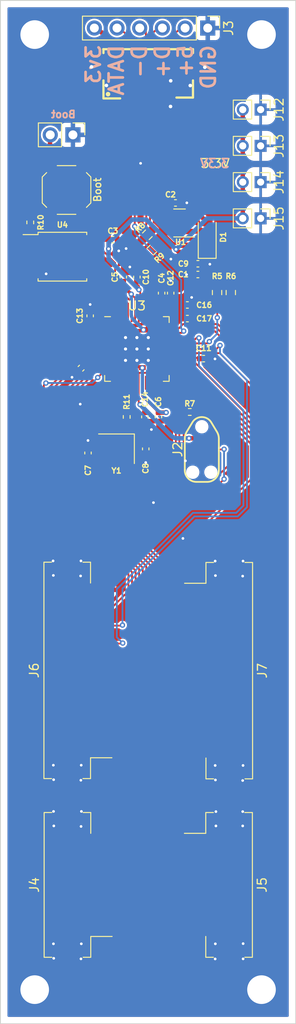
<source format=kicad_pcb>
(kicad_pcb (version 20221018) (generator pcbnew)
  (layers (0 "F.Cu" signal) (31 "B.Cu" signal) (34 "B.Paste" user) (35 "F.Paste" user) (36 "B.SilkS" user "B.Silkscreen") (37 "F.SilkS" user "F.Silkscreen") (38 "B.Mask" user) (39 "F.Mask" user) (44 "Edge.Cuts" user))
  (net 0 "")
  (net 1 "GND")
  (net 2 "+5V")
  (net 3 "+1V1")
  (net 4 "XTAL_IN")
  (net 5 "/XTAL_O")
  (net 6 "Net-(D1-A)")
  (net 7 "M3")
  (net 8 "DATA")
  (net 9 "SWD")
  (net 10 "~{RESET}")
  (net 11 "SWCLK")
  (net 13 "M4")
  (net 14 "VBUS_SENSE")
  (net 15 "D+")
  (net 16 "/D_+")
  (net 17 "D-")
  (net 18 "/D_-")
  (net 19 "/~{USB_BOOT}")
  (net 20 "CS")
  (net 21 "XTAL_OUT")
  (net 22 "START")
  (net 23 "M5")
  (net 24 "RIGHT")
  (net 25 "DOWN")
  (net 26 "LEFT")
  (net 27 "L")
  (net 28 "M1")
  (net 29 "M2")
  (net 30 "UP2")
  (net 31 "PINKY2")
  (net 32 "RING2")
  (net 33 "INDEX2")
  (net 34 "C_UP")
  (net 35 "C_LT")
  (net 36 "A")
  (net 37 "C_DN")
  (net 38 "C_RT")
  (net 39 "UP")
  (net 40 "MS")
  (net 41 "Z")
  (net 42 "LS")
  (net 43 "X")
  (net 44 "Y")
  (net 45 "RIGHTSTART")
  (net 46 "B")
  (net 47 "R")
  (net 48 "SD3")
  (net 49 "QSPI_CLK")
  (net 50 "SD0")
  (net 51 "SD2")
  (net 52 "SD1")
  (net 53 "3vDiode")
  (footprint "Connector_PinHeader_2.00mm:PinHeader_1x02_P2.00mm_Vertical" (layer "F.Cu") (at 114.2 62.2 -90)
    (fp_text reference "J14")
    (fp_text value "Conn_01x02" hide)
  )
  (footprint "Capacitor_SMD:C_0402_1005Metric" (layer "F.Cu") (at 103.11135 74.599419 90)
    (fp_text reference "C4")
    (fp_text value "1uF")
  )
  (footprint "Resistor_SMD:R_0603_1608Metric" (layer "F.Cu") (at 101.516637 68.083363 -135)
    (fp_text reference "R8")
    (fp_text value "27" hide)
  )
  (footprint "Connector_PinHeader_2.00mm:PinHeader_1x02_P2.00mm_Vertical" (layer "F.Cu") (at 114.199999 58.150001 -90)
    (fp_text reference "J13")
    (fp_text value "Conn_01x02" hide)
  )
  (footprint "Capacitor_SMD:C_0402_1005Metric" (layer "F.Cu") (at 101.2346 88.426651 -90)
    (fp_text reference "C14")
    (fp_text value "100nF")
  )
  (footprint "Capacitor_SMD:C_0402_1005Metric" (layer "F.Cu") (at 94.09435 82.981418 -135)
    (fp_text reference "C15" hide)
    (fp_text value "100nF" hide)
  )
  (footprint "Resistor_SMD:R_0402_1005Metric" (layer "F.Cu") (at 88.403716 66.699002 -90)
    (fp_text reference "R10")
    (fp_text value "1k")
  )
  (footprint "Resistor_SMD:R_0402_1005Metric" (layer "F.Cu") (at 106.2656 87.8734 180)
    (fp_text reference "R7")
    (fp_text value "10k")
  )
  (footprint "footprint:FPC-SMD_X05A26H12G" (layer "F.Cu") (at 101.6 50.8508 180)
    (fp_text reference "U2" hide)
    (fp_text value "X05A26H12G" hide)
  )
  (footprint "Package_TO_SOT_SMD:SOT-23" (layer "F.Cu") (at 105.118099 66.7634 180)
    (fp_text reference "U1")
    (fp_text value "XC6206")
  )
  (footprint "Resistor_SMD:R_0603_1608Metric" (layer "F.Cu") (at 102.01051 69.79581 -135)
    (fp_text reference "R9")
    (fp_text value "27")
  )
  (footprint "MountingHole:MountingHole_3.2mm_M3_ISO14580_Pad_TopBottom" (layer "F.Cu") (at 88.9 45.72)
    (fp_text reference "J8" hide)
    (fp_text value "Conn_01x01" hide)
  )
  (footprint "Button_Switch_SMD:SW_SPST_SKQG_WithStem" (layer "F.Cu") (at 92.466716 63.079202 -90)
    (fp_text reference "SW1" hide)
    (fp_text value "Boot")
  )
  (footprint "qw-footprints:RP2040-QFN-56" (layer "F.Cu") (at 100.3456 80.838401)
    (fp_text reference "U3")
    (fp_text value "RP2040")
  )
  (footprint "Capacitor_SMD:C_0402_1005Metric" (layer "F.Cu") (at 98.821601 72.805651 90)
    (fp_text reference "C5")
    (fp_text value "100nF")
  )
  (footprint "Capacitor_SMD:C_0402_1005Metric" (layer "F.Cu") (at 101.33335 91.998417 90)
    (fp_text reference "C8")
    (fp_text value "22pF")
  )
  (footprint "Diode_SMD:D_SOD-123" (layer "F.Cu") (at 108.2156 68.353399 90)
    (fp_text reference "D1")
    (fp_text value "Schottky Diode" hide)
  )
  (footprint "Capacitor_SMD:C_0402_1005Metric" (layer "F.Cu") (at 104.12735 74.599419 90)
    (fp_text reference "C12")
    (fp_text value "100nF")
  )
  (footprint "Capacitor_SMD:C_0402_1005Metric" (layer "F.Cu") (at 95.11035 77.139417 90)
    (fp_text reference "C13")
    (fp_text value "100nF" hide)
  )
  (footprint "Connector_PinHeader_2.00mm:PinHeader_1x02_P2.00mm_Vertical" (layer "F.Cu") (at 114.199999 66.250001 -90)
    (fp_text reference "J15")
    (fp_text value "Conn_01x02" hide)
  )
  (footprint "Capacitor_SMD:C_0402_1005Metric" (layer "F.Cu") (at 94.869 92.455999 -90)
    (fp_text reference "C7")
    (fp_text value "22pF")
  )
  (footprint "Capacitor_SMD:C_0402_1005Metric" (layer "F.Cu") (at 107.174916 71.319601 180)
    (fp_text reference "C9")
    (fp_text value "10uF")
  )
  (footprint "Connector_PinHeader_2.54mm:PinHeader_1x02_P2.54mm_Vertical" (layer "F.Cu") (at 93.181631 56.920405 -90)
    (fp_text reference "J1" hide)
    (fp_text value "Conn_01x02" hide)
  )
  (footprint "Connector_JST:JST_PH_B6B-PH-SM4-TB_1x06-1MP_P2.00mm_Vertical" (layer "F.Cu") (at 108.9171 140.700001 -90)
    (fp_text reference "J5")
    (fp_text value "Conn_01x06" hide)
  )
  (footprint "PCM_marbastlib-various:CON_TC2030_outlined" (layer "F.Cu") (at 107.6156 92.063401 -90)
    (fp_text reference "J2")
    (fp_text value "JTAG_TC2030")
  )
  (footprint "Connector_JST:JST_PH_B10B-PH-SM4-TB_1x10-1MP_P2.00mm_Vertical" (layer "F.Cu") (at 94.2928 116.738401 90)
    (fp_text reference "J6")
    (fp_text value "Conn_01x10")
  )
  (footprint "Connector_PinHeader_2.00mm:PinHeader_1x02_P2.00mm_Vertical" (layer "F.Cu") (at 114.2 54.1 -90)
    (fp_text reference "J12")
    (fp_text value "Conn_01x02" hide)
  )
  (footprint "Connector_PinHeader_2.54mm:PinHeader_1x06_P2.54mm_Vertical" (layer "F.Cu") (at 108.278702 44.99 -90)
    (fp_text reference "J3")
    (fp_text value "DuPont Connector" hide)
  )
  (footprint "Resistor_SMD:R_0402_1005Metric" (layer "F.Cu") (at 99.2026 88.426651 90)
    (fp_text reference "R11")
    (fp_text value "1k")
  )
  (footprint "Connector_JST:JST_PH_B10B-PH-SM4-TB_1x10-1MP_P2.00mm_Vertical" (layer "F.Cu") (at 108.938 116.768401 -90)
    (fp_text reference "J7")
    (fp_text value "Conn_01x10")
  )
  (footprint "Capacitor_SMD:C_0402_1005Metric" (layer "F.Cu") (at 105.9968 75.920599)
    (fp_text reference "C16")
    (fp_text value "100nF")
  )
  (footprint "Package_SO:SOIC-8_5.23x5.23mm_P1.27mm" (layer "F.Cu") (at 92.003716 70.529001)
    (fp_text reference "U4")
    (fp_text value "W25Q128JVS")
  )
  (footprint "Capacitor_SMD:C_0402_1005Metric" (layer "F.Cu") (at 102.7586 88.426651 -90)
    (fp_text reference "C6")
    (fp_text value "100nF")
  )
  (footprint "Resistor_SMD:R_0603_1608Metric" (layer "F.Cu") (at 110.8616 74.535801 90)
    (fp_text reference "R6")
    (fp_text value "10k")
  )
  (footprint "Capacitor_SMD:C_0402_1005Metric" (layer "F.Cu") (at 107.174915 72.519603)
    (fp_text reference "C1")
    (fp_text value "1uF")
  )
  (footprint "Connector_JST:JST_PH_B6B-PH-SM4-TB_1x06-1MP_P2.00mm_Vertical" (layer "F.Cu") (at 94.3182 140.7 90)
    (fp_text reference "J4")
    (fp_text value "Conn_01x06")
  )
  (footprint "Capacitor_SMD:C_0402_1005Metric" (layer "F.Cu") (at 104.6656 64.523399 180)
    (fp_text reference "C2")
    (fp_text value "1uF")
  )
  (footprint "MountingHole:MountingHole_3.2mm_M3_ISO14580_Pad_TopBottom" (layer "F.Cu") (at 114.3 45.72)
    (fp_text reference "J9" hide)
    (fp_text value "Conn_01x01" hide)
  )
  (footprint "Capacitor_SMD:C_0402_1005Metric" (layer "F.Cu") (at 97.653716 68.619003)
    (fp_text reference "C3")
    (fp_text value "100nF")
  )
  (footprint "Capacitor_SMD:C_0402_1005Metric" (layer "F.Cu") (at 100.3456 72.805651 90)
    (fp_text reference "C10")
    (fp_text value "1uF")
  )
  (footprint "Resistor_SMD:R_0603_1608Metric" (layer "F.Cu") (at 109.3216 74.535801 -90)
    (fp_text reference "R5")
    (fp_text value "5.6k")
  )
  (footprint "Capacitor_SMD:C_0402_1005Metric" (layer "F.Cu") (at 107.8204 81.915001)
    (fp_text reference "C11")
    (fp_text value "100nF" hide)
  )
  (footprint "MountingHole:MountingHole_3.2mm_M3_ISO14580_Pad_TopBottom" (layer "F.Cu") (at 114.3 152.4)
    (fp_text reference "J11" hide)
    (fp_text value "Conn_01x01" hide)
  )
  (footprint "Capacitor_SMD:C_0402_1005Metric" (layer "F.Cu") (at 105.9968 77.444601)
    (fp_text reference "C17")
    (fp_text value "100nF")
  )
  (footprint "Crystal:Crystal_SMD_3225-4Pin_3.2x2.5mm" (layer "F.Cu") (at 98.0596 91.982651 180)
    (fp_text reference "Y1")
    (fp_text value "12MHz")
  )
  (footprint "MountingHole:MountingHole_3.2mm_M3_ISO14580_Pad_TopBottom" (layer "F.Cu") (at 88.9 152.4)
    (fp_text reference "J10" hide)
    (fp_text value "Conn_01x01" hide)
  )
  (gr_rect (start 85.0646 41.907629) (end 118.1354 156.207629) (stroke (width 0.1)) (fill none) (layer "Edge.Cuts"))
  (gr_text "Boot" (at 93.6 55.1) (layer "B.SilkS") (effects (font (size 0.8 0.8) (thickness 0.2) bold) (justify left bottom mirror)))
  (gr_text "3v3\nDATA\nD-\nD+\n5+\nGND" (at 109.29 46.730001 90) (layer "B.SilkS") (effects (font (size 1.6 1.6) (thickness 0.3) bold) (justify left bottom mirror)))
  (gr_text "3.3V" (at 110.8 60.7) (layer "B.SilkS") (effects (font (size 1 1) (thickness 0.2) bold) (justify left bottom mirror)))
  (gr_text "3.3V" (at 107.4 60.7) (layer "F.SilkS") (effects (font (size 1 1)) (justify left bottom)))
  (segment (start 94.869 91.059) (end 94.869 91.976001) (width 0.381) (layer "F.Cu") (net 1))
  (segment (start 99.3456 85.900949) (end 94.869 90.37755) (width 0.2) (layer "F.Cu") (net 1))
  (segment (start 98.912622 92.832651) (end 97.212622 91.132651) (width 0.254) (layer "F.Cu") (net 1))
  (segment (start 98.133717 69.701889) (end 98.313632 69.881804) (width 0.5) (layer "F.Cu") (net 1))
  (segment (start 88.441216 72.429003) (end 90.166216 72.429002) (width 0.5) (layer "F.Cu") (net 1))
  (segment (start 99.3456 84.275901) (end 99.3456 85.900949) (width 0.2) (layer "F.Cu") (net 1))
  (segment (start 98.8216 72.325649) (end 100.3456 72.325649) (width 0.5) (layer "F.Cu") (net 1))
  (segment (start 104.12735 74.119419) (end 104.12735 73.202419) (width 0.2) (layer "F.Cu") (net 1))
  (segment (start 106.9806 93.3334) (end 105.778339 93.3334) (width 0.25) (layer "F.Cu") (net 1))
  (segment (start 106.694916 72.519603) (end 105.914915 72.519603) (width 0.5) (layer "F.Cu") (net 1))
  (segment (start 106.284989 49.310795) (end 106.284989 51.376031) (width 0.5) (layer "F.Cu") (net 1))
  (segment (start 96.91491 51.385954) (end 96.931247 51.402291) (width 0.5) (layer "F.Cu") (net 1))
  (segment (start 108.3004 81.915) (end 109.0604 81.915) (width 0.5) (layer "F.Cu") (net 1))
  (segment (start 104.099948 52.432291) (end 104.099949 53.212289) (width 0.5) (layer "F.Cu") (net 1))
  (segment (start 95.11035 76.659419) (end 95.11035 75.869418) (width 0.381) (layer "F.Cu") (net 1))
  (segment (start 93.754939 83.32083) (end 93.07835 83.997418) (width 0.381) (layer "F.Cu") (net 1))
  (segment (start 106.694916 71.319603) (end 106.694916 72.519603) (width 0.5) (layer "F.Cu") (net 1))
  (segment (start 95.272742 49.310795) (end 95.261247 49.322291) (width 0.5) (layer "F.Cu") (net 1))
  (segment (start 106.284989 49.310795) (end 107.889752 49.310795) (width 0.5) (layer "F.Cu") (net 1))
  (segment (start 106.284989 51.376031) (end 106.321247 51.41229) (width 0.5) (layer "F.Cu") (net 1))
  (segment (start 104.099948 50.913589) (end 104.131246 50.882291) (width 0.5) (layer "F.Cu") (net 1))
  (segment (start 106.47655 75.080349) (end 106.47655 75.920351) (width 0.381) (layer "F.Cu") (net 1))
  (segment (start 104.099949 53.740993) (end 104.111247 53.752291) (width 0.5) (layer "F.Cu") (net 1))
  (segment (start 101.33335 92.478418) (end 101.33335 93.522419) (width 0.381) (layer "F.Cu") (net 1))
  (segment (start 96.91491 49.310795) (end 96.91491 51.385954) (width 0.5) (layer "F.Cu") (net 1))
  (segment (start 96.91491 49.310795) (end 95.272742 49.310795) (width 0.5) (layer "F.Cu") (net 1))
  (segment (start 104.099949 53.212289) (end 104.099948 50.913589) (width 0.5) (layer "F.Cu") (net 1))
  (segment (start 101.33335 92.478418) (end 99.513832 92.478419) (width 0.381) (layer "F.Cu") (net 1))
  (segment (start 106.4768 75.920601) (end 106.4768 77.444601) (width 0.381) (layer "F.Cu") (net 1))
  (segment (start 107.889752 49.310795) (end 107.951247 49.372289) (width 0.5) (layer "F.Cu") (net 1))
  (segment (start 105.1456 64.523401) (end 105.925601 64.523401) (width 0.5) (layer "F.Cu") (net 1))
  (segment (start 109.0604 81.915) (end 109.090401 81.945001) (width 0.5) (layer "F.Cu") (net 1))
  (segment (start 98.133717 68.619003) (end 98.133717 69.701889) (width 0.5) (layer "F.Cu") (net 1))
  (segment (start 94.869 90.37755) (end 94.869 91.059) (width 0.2) (layer "F.Cu") (net 1))
  (segment (start 105.925601 64.523401) (end 105.9356 64.513401) (width 0.5) (layer "F.Cu") (net 1))
  (segment (start 104.099949 53.212289) (end 104.099949 53.740993) (width 0.5) (layer "F.Cu") (net 1))
  (segment (start 106.4256 72.568399) (end 106.415599 72.578401) (width 0.5) (layer "F.Cu") (net 1))
  (via (at 109.11 104.53) (size 0.6) (drill 0.3) (layers "F.Cu" "B.Cu") (net 1))
  (via (at 91 147.28) (size 0.6) (drill 0.3) (layers "F.Cu" "B.Cu") (net 1))
  (via (at 91.04 134.11) (size 0.6) (drill 0.3) (layers "F.Cu" "B.Cu") (net 1))
  (via (at 108.514916 71.369602) (size 0.6) (drill 0.3) (layers "F.Cu" "B.Cu") (net 1))
  (via (at 90.99 106.13) (size 0.6) (drill 0.3) (layers "F.Cu" "B.Cu") (net 1))
  (via (at 109.13 147.28) (size 0.6) (drill 0.3) (layers "F.Cu" "B.Cu") (net 1))
  (via (at 100.76 60.1) (size 0.6) (drill 0.3) (layers "F.Cu" "B.Cu") (net 1))
  (via (at 102.2 98) (size 0.6) (drill 0.3) (layers "F.Cu" "B.Cu") (net 1))
  (via (at 109.090401 81.945001) (size 0.6) (drill 0.3) (layers "F.Cu" "B.Cu") (net 1))
  (via (at 109.14 128.98) (size 0.6) (drill 0.3) (layers "F.Cu" "B.Cu") (net 1))
  (via (at 106.47655 75.080349) (size 0.6) (drill 0.3) (layers "F.Cu" "B.Cu") (net 1))
  (via (at 94.09 134.17) (size 0.6) (drill 0.3) (layers "F.Cu" "B.Cu") (net 1))
  (via (at 101.96835 89.839419) (size 0.6) (drill 0.3) (layers "F.Cu" "B.Cu") (net 1))
  (via (at 104.131246 50.882291) (size 0.8) (drill 0.4) (layers "F.Cu" "B.Cu") (net 1))
  (via (at 112.1939 134.1116) (size 0.6) (drill 0.3) (layers "F.Cu" "B.Cu") (net 1))
  (via (at 104.12735 73.202419) (size 0.6) (drill 0.3) (layers "F.Cu" "B.Cu") (net 1))
  (via (at 93.07835 83.997418) (size 0.6) (drill 0.3) (layers "F.Cu" "B.Cu") (net 1))
  (via (at 98.313632 69.881804) (size 0.6) (drill 0.3) (layers "F.Cu" "B.Cu") (net 1))
  (via (at 91.02 128.95) (size 0.6) (drill 0.3) (layers "F.Cu" "B.Cu") (net 1))
  (via (at 94.13 132.49) (size 0.6) (drill 0.3) (layers "F.Cu" "B.Cu") (net 1))
  (via (at 107.951247 49.372289) (size 0.8) (drill 0.4) (layers "F.Cu" "B.Cu") (net 1))
  (via (at 112.24 147.26) (size 0.6) (drill 0.3) (layers "F.Cu" "B.Cu") (net 1))
  (via (at 112.23 127.36) (size 0.6) (drill 0.3) (layers "F.Cu" "B.Cu") (net 1))
  (via (at 112.23 104.53) (size 0.6) (drill 0.3) (layers "F.Cu" "B.Cu") (net 1))
  (via (at 101.33335 93.522419) (size 0.6) (drill 0.3) (layers "F.Cu" "B.Cu") (net 1))
  (via (at 104.15 70.8) (size 0.6) (drill 0.3) (layers "F.Cu" "B.Cu") (net 1))
  (via (at 112.19 129.04) (size 0.6) (drill 0.3) (layers "F.Cu" "B.Cu") (net 1))
  (via (at 95.11035 75.869418) (size 0.6) (drill 0.3) (layers "F.Cu" "B.Cu") (net 1))
  (via (at 91.03 148.9) (size 0.6) (drill 0.3) (layers "F.Cu" "B.Cu") (net 1))
  (via (at 99.1362 69.621401) (size 0.6) (drill 0.3) (layers "F.Cu" "B.Cu") (net 1))
  (via (at 94.04 106.19) (size 0.6) (drill 0.3) (layers "F.Cu" "B.Cu") (net 1))
  (via (at 105.904916 72.529602) (size 0.6) (drill 0.3) (layers "F.Cu" "B.Cu") (net 1))
  (via (at 109.14 106.15) (size 0.6) (drill 0.3) (layers "F.Cu" "B.Cu") (net 1))
  (via (at 104.111247 53.752291) (size 0.8) (drill 0.4) (layers "F.Cu" "B.Cu") (net 1))
  (via (at 94.08 148.96) (size 0.6) (drill 0.3) (layers "F.Cu" "B.Cu") (net 1))
  (via (at 94.12 147.28) (size 0.6) (drill 0.3) (layers "F.Cu" "B.Cu") (net 1))
  (via (at 91.01 132.49) (size 0.6) (drill 0.3) (layers "F.Cu" "B.Cu") (net 1))
  (via (at 109.1939 134.1116) (size 0.6) (drill 0.3) (layers "F.Cu" "B.Cu") (net 1))
  (via (at 94.11 127.33) (size 0.6) (drill 0.3) (layers "F.Cu" "B.Cu") (net 1))
  (via (at 94 87) (size 0.6) (drill 0.3) (layers "F.Cu" "B.Cu") (net 1))
  (via (at 94.08 104.51) (size 0.6) (drill 0.3) (layers "F.Cu" "B.Cu") (net 1))
  (via (at 105.5 102) (size 0.6) (drill 0.3) (layers "F.Cu" "B.Cu") (net 1))
  (via (at 90.96 104.51) (size 0.6) (drill 0.3) (layers "F.Cu" "B.Cu") (net 1))
  (via (at 94.07 129.01) (size 0.6) (drill 0.3) (layers "F.Cu" "B.Cu") (net 1))
  (via (at 105.778339 93.3334) (size 0.6) (drill 0.3) (layers "F.Cu" "B.Cu") (net 1))
  (via (at 99.555351 71.678418) (size 0.6) (drill 0.3) (layers "F.Cu" "B.Cu") (net 1))
  (via (at 109.1939 132.5116) (size 0.6) (drill 0.3) (layers "F.Cu" "B.Cu") (net 1))
  (via (at 109.11 127.36) (size 0.6) (drill 0.3) (layers "F.Cu" "B.Cu") (net 1))
  (via (at 105.9356 64.513401) (size 0.6) (drill 0.3) (layers "F.Cu" "B.Cu") (net 1))
  (via (at 95.261247 49.322291) (size 0.8) (drill 0.4) (layers "F.Cu" "B.Cu") (net 1))
  (via (at 106.321247 51.41229) (size 0.8) (drill 0.4) (layers "F.Cu" "B.Cu") (net 1))
  (via (at 112.1939 132.5116) (size 0.6) (drill 0.3) (layers "F.Cu" "B.Cu") (net 1))
  (via (at 112.24 148.96) (size 0.6) (drill 0.3) (layers "F.Cu" "B.Cu") (net 1))
  (via (at 90.181216 72.444002) (size 0.6) (drill 0.3) (layers "F.Cu" "B.Cu") (net 1))
  (via (at 90.99 127.33) (size 0.6) (drill 0.3) (layers "F.Cu" "B.Cu") (net 1))
  (via (at 109.11 148.97) (size 0.6) (drill 0.3) (layers "F.Cu" "B.Cu") (net 1))
  (via (at 94.869 91.059) (size 0.6) (drill 0.3) (layers "F.Cu" "B.Cu") (net 1))
  (via (at 112.19 106.21) (size 0.6) (drill 0.3) (layers "F.Cu" "B.Cu") (net 1))
  (via (at 96.931247 51.402291) (size 0.8) (drill 0.4) (layers "F.Cu" "B.Cu") (net 1))
  (segment (start 101.6206 82.1134) (end 101.6206 79.563399) (width 0.635) (layer "B.Cu") (net 1))
  (segment (start 99.3706 81.813401) (end 101.320599 81.8134) (width 0.635) (layer "B.Cu") (net 1))
  (segment (start 99.0706 82.113401) (end 99.3706 81.813401) (width 0.635) (layer "B.Cu") (net 1))
  (segment (start 101.6206 79.563399) (end 99.070601 79.563401) (width 0.635) (layer "B.Cu") (net 1))
  (segment (start 99.0706 82.113401) (end 99.070601 79.563401) (width 0.635) (layer "B.Cu") (net 1))
  (segment (start 100.3456 79.563401) (end 100.3456 82.113401) (width 0.635) (layer "B.Cu") (net 1))
  (segment (start 101.620599 80.838401) (end 99.0706 80.838401) (width 0.635) (layer "B.Cu") (net 1))
  (segment (start 101.320599 81.8134) (end 101.6206 82.1134) (width 0.635) (layer "B.Cu") (net 1))
  (segment (start 103.350013 46.863328) (end 105.637051 44.576291) (width 0.2) (layer "F.Cu") (net 2))
  (segment (start 104.1806 66.7634) (end 104.1806 67.960201) (width 0.5) (layer "F.Cu") (net 2))
  (segment (start 108.270594 68.5038) (end 109.3216 69.554806) (width 0.5) (layer "F.Cu") (net 2))
  (segment (start 104.7242 68.5038) (end 108.270594 68.5038) (width 0.5) (layer "F.Cu") (net 2))
  (segment (start 104.1806 66.7634) (end 104.1806 64.2734) (width 0.5) (layer "F.Cu") (net 2))
  (segment (start 103.0986 52.390805) (end 103.350013 52.390805) (width 0.2) (layer "F.Cu") (net 2))
  (segment (start 102.849886 52.390805) (end 103.0986 52.390805) (width 0.2) (layer "F.Cu") (net 2))
  (segment (start 103.0986 63.436399) (end 103.0986 52.390805) (width 0.5) (layer "F.Cu") (net 2))
  (segment (start 103.350013 52.390805) (end 103.350013 46.863328) (width 0.2) (layer "F.Cu") (net 2))
  (segment (start 104.1806 67.960201) (end 104.7242 68.5038) (width 0.5) (layer "F.Cu") (net 2))
  (segment (start 109.3216 69.554806) (end 109.3216 73.7108) (width 0.5) (layer "F.Cu") (net 2))
  (segment (start 104.1856 64.523399) (end 103.0986 63.436399) (width 0.5) (layer "F.Cu") (net 2))
  (segment (start 100.9456 86.13365) (end 102.7586 87.94665) (width 0.2) (layer "F.Cu") (net 3))
  (segment (start 98.8216 73.821651) (end 98.8216 73.28565) (width 0.381) (layer "F.Cu") (net 3))
  (segment (start 102.1456 77.400901) (end 102.1456 76.045168) (width 0.2) (layer "F.Cu") (net 3))
  (segment (start 100.145599 75.145651) (end 99.710599 74.710651) (width 0.2) (layer "F.Cu") (net 3))
  (segment (start 99.710599 74.710651) (end 98.8216 73.821651) (width 0.381) (layer "F.Cu") (net 3))
  (segment (start 102.7586 87.900179) (end 102.7586 87.94665) (width 0.2) (layer "F.Cu") (net 3))
  (segment (start 100.145599 77.400901) (end 100.145599 75.145651) (width 0.2) (layer "F.Cu") (net 3))
  (segment (start 102.1456 77.400901) (end 102.1456 78.244649) (width 0.2) (layer "F.Cu") (net 3))
  (segment (start 103.619351 87.934419) (end 103.607118 87.946651) (width 0.5) (layer "F.Cu") (net 3))
  (segment (start 103.607118 87.946651) (end 102.7586 87.94665) (width 0.5) (layer "F.Cu") (net 3))
  (segment (start 100.9456 84.2759) (end 100.9456 86.13365) (width 0.2) (layer "F.Cu") (net 3))
  (segment (start 102.1456 76.045168) (end 103.11135 75.079419) (width 0.2) (layer "F.Cu") (net 3))
  (segment (start 102.1456 78.244649) (end 101.9966 78.39365) (width 0.2) (layer "F.Cu") (net 3))
  (via (at 100.95235 82.95) (size 0.6) (drill 0.35) (layers "F.Cu" "B.Cu") (net 3))
  (via (at 101.079349 78.700651) (size 0.6) (drill 0.35) (layers "F.Cu" "B.Cu") (net 3))
  (via (at 103.619351 87.934419) (size 0.6) (drill 0.3) (layers "F.Cu" "B.Cu") (net 3))
  (via (at 99.710599 74.710651) (size 0.6) (drill 0.3) (layers "F.Cu" "B.Cu") (net 3))
  (segment (start 99.7106 76.917687) (end 99.710599 74.710651) (width 0.381) (layer "B.Cu") (net 3))
  (segment (start 103.315582 87.934419) (end 103.619351 87.934419) (width 0.381) (layer "B.Cu") (net 3))
  (segment (start 100.95235 82.95) (end 100.954109 82.951759) (width 0.381) (layer "B.Cu") (net 3))
  (segment (start 101.079349 78.700651) (end 100.003493 77.624793) (width 0.381) (layer "B.Cu") (net 3))
  (segment (start 100.954109 82.951759) (end 100.954109 85.669504) (width 0.381) (layer "B.Cu") (net 3))
  (segment (start 101.245243 86.278293) (end 102.608475 87.641524) (width 0.381) (layer "B.Cu") (net 3))
  (arc (start 100.003493 77.624793) (mid 99.786719 77.300371) (end 99.7106 76.917687) (width 0.381) (layer "B.Cu") (net 3))
  (arc (start 100.954109 85.669504) (mid 101.048355 85.998743) (end 101.245243 86.278293) (width 0.381) (layer "B.Cu") (net 3))
  (arc (start 102.608475 87.641524) (mid 102.932898 87.858299) (end 103.315582 87.934419) (width 0.381) (layer "B.Cu") (net 3))
  (segment (start 95.9596 89.852635) (end 95.959599 92.532651) (width 0.2) (layer "F.Cu") (net 4))
  (segment (start 99.7456 84.2759) (end 99.7456 86.066636) (width 0.2) (layer "F.Cu") (net 4))
  (segment (start 96.85625 92.936001) (end 96.9596 92.832651) (width 0.2) (layer "F.Cu") (net 4))
  (segment (start 99.7456 86.066636) (end 95.9596 89.852635) (width 0.2) (layer "F.Cu") (net 4))
  (segment (start 96.259599 92.832651) (end 96.9596 92.832651) (width 0.2) (layer "F.Cu") (net 4))
  (segment (start 95.959599 92.532651) (end 96.259599 92.832651) (width 0.2) (layer "F.Cu") (net 4))
  (segment (start 94.869 92.936001) (end 96.85625 92.936001) (width 0.2) (layer "F.Cu") (net 4))
  (segment (start 101.33335 91.518419) (end 99.545368 91.518419) (width 0.2) (layer "F.Cu") (net 5))
  (segment (start 99.2026 91.089651) (end 99.2026 88.936651) (width 0.2) (layer "F.Cu") (net 5))
  (segment (start 107.3256 65.813401) (end 108.2156 66.703401) (width 0.5) (layer "F.Cu") (net 6))
  (segment (start 108.183832 66.553963) (end 108.183832 66.671633) (width 0.5) (layer "F.Cu") (net 6))
  (segment (start 106.0556 65.8134) (end 107.3256 65.813401) (width 0.5) (layer "F.Cu") (net 6))
  (segment (start 108.183832 66.671633) (end 108.2156 66.703401) (width 0.5) (layer "F.Cu") (net 6))
  (segment (start 95.766101 82.238401) (end 96.9081 82.238401) (width 0.2) (layer "F.Cu") (net 7))
  (segment (start 89.262 132.117514) (end 89.262 138.9538) (width 0.2) (layer "F.Cu") (net 7))
  (segment (start 92.0082 141.699999) (end 89.262 138.9538) (width 0.2) (layer "F.Cu") (net 7))
  (segment (start 100.5968 126.929514) (end 100.5968 105.426647) (width 0.2) (layer "F.Cu") (net 7))
  (segment (start 90.182115 131.197399) (end 96.328914 131.197401) (width 0.2) (layer "F.Cu") (net 7))
  (segment (start 89.262 132.117514) (end 90.182115 131.197399) (width 0.2) (layer "F.Cu") (net 7))
  (segment (start 91.123401 86.8811) (end 95.766101 82.238401) (width 0.2) (layer "F.Cu") (net 7))
  (segment (start 96.328914 131.197401) (end 100.5968 126.929514) (width 0.2) (layer "F.Cu") (net 7))
  (segment (start 94.8182 141.700001) (end 92.0082 141.699999) (width 0.2) (layer "F.Cu") (net 7))
  (segment (start 100.5968 105.426647) (end 91.123401 95.953248) (width 0.2) (layer "F.Cu") (net 7))
  (segment (start 91.123401 95.953248) (end 91.123401 86.8811) (width 0.2) (layer "F.Cu") (net 7))
  (segment (start 100.1014 67.131015) (end 100.1014 52.441605) (width 0.215) (layer "F.Cu") (net 8))
  (segment (start 99.849886 46.409125) (end 98.017051 44.57629) (width 0.2) (layer "F.Cu") (net 8))
  (segment (start 99.849886 52.390805) (end 100.0506 52.390805) (width 0.2) (layer "F.Cu") (net 8))
  (segment (start 105.385565 79.038399) (end 105.585065 78.838899) (width 0.2) (layer "F.Cu") (net 8))
  (segment (start 100.0506 52.390805) (end 100.350013 52.390805) (width 0.2) (layer "F.Cu") (net 8))
  (segment (start 100.1014 52.441605) (end 100.0506 52.390805) (width 0.2) (layer "F.Cu") (net 8))
  (segment (start 99.849886 52.390805) (end 99.849886 46.409125) (width 0.2) (layer "F.Cu") (net 8))
  (segment (start 103.7831 79.038401) (end 105.385565 79.038399) (width 0.2) (layer "F.Cu") (net 8))
  (via (at 105.585065 78.838899) (size 0.6) (drill 0.3) (layers "F.Cu" "B.Cu") (net 8))
  (via (at 100.1014 67.131015) (size 0.6) (drill 0.3) (layers "F.Cu" "B.Cu") (net 8))
  (segment (start 100.1014 67.919601) (end 105.304916 73.123117) (width 0.2) (layer "B.Cu") (net 8))
  (segment (start 105.304916 78.558751) (end 105.585065 78.838899) (width 0.2) (layer "B.Cu") (net 8))
  (segment (start 100.1014 67.131015) (end 100.1014 67.919601) (width 0.2) (layer "B.Cu") (net 8))
  (segment (start 105.304916 73.123117) (end 105.304916 78.558751) (width 0.2) (layer "B.Cu") (net 8))
  (segment (start 106.2437 95.4487) (end 105.1 94.305) (width 0.2) (layer "F.Cu") (net 9))
  (segment (start 110.7061 93.724336) (end 108.981735 95.4487) (width 0.2) (layer "F.Cu") (net 9))
  (segment (start 109.716399 90.793401) (end 110.7061 91.7831) (width 0.2) (layer "F.Cu") (net 9))
  (segment (start 105.1 94.305) (end 105.1 87.638572) (width 0.2) (layer "F.Cu") (net 9))
  (segment (start 105.1 87.638572) (end 103.274828 85.8134) (width 0.2) (layer "F.Cu") (net 9))
  (segment (start 102.419255 85.8134) (end 101.7456 85.139745) (width 0.2) (layer "F.Cu") (net 9))
  (segment (start 101.7456 85.139745) (end 101.7456 84.2759) (width 0.2) (layer "F.Cu") (net 9))
  (segment (start 103.274828 85.8134) (end 102.419255 85.8134) (width 0.2) (layer "F.Cu") (net 9))
  (segment (start 108.250599 90.793401) (end 109.716399 90.793401) (width 0.2) (layer "F.Cu") (net 9))
  (segment (start 110.7061 91.7831) (end 110.7061 93.724336) (width 0.2) (layer "F.Cu") (net 9))
  (segment (start 108.981735 95.4487) (end 106.2437 95.4487) (width 0.2) (layer "F.Cu") (net 9))
  (segment (start 102.1456 84.97406) (end 102.1456 84.275901) (width 0.2) (layer "F.Cu") (net 10))
  (segment (start 105.7556 87.8734) (end 105.755599 87.728486) (width 0.2) (layer "F.Cu") (net 10))
  (segment (start 102.58494 85.413401) (end 102.1456 84.97406) (width 0.2) (layer "F.Cu") (net 10))
  (segment (start 106.267366 92.0634) (end 106.9806 92.0634) (width 0.2) (layer "F.Cu") (net 10))
  (segment (start 103.440513 85.413401) (end 102.58494 85.413401) (width 0.2) (layer "F.Cu") (net 10))
  (segment (start 105.578339 88.050661) (end 105.7556 87.8734) (width 0.2) (layer "F.Cu") (net 10))
  (segment (start 106.267366 92.0634) (end 105.578339 91.374373) (width 0.2) (layer "F.Cu") (net 10))
  (segment (start 105.755599 87.728486) (end 103.440513 85.413401) (width 0.2) (layer "F.Cu") (net 10))
  (segment (start 105.578339 91.374373) (end 105.578339 88.050661) (width 0.2) (layer "F.Cu") (net 10))
  (segment (start 108.2506 92.063401) (end 110.0761 92.0634) (width 0.2) (layer "F.Cu") (net 11))
  (segment (start 101.3456 84.2759) (end 101.3456 85.30543) (width 0.2) (layer "F.Cu") (net 11))
  (segment (start 101.3456 85.30543) (end 103.197899 87.15773) (width 0.2) (layer "F.Cu") (net 11))
  (segment (start 106.190515 95.961201) (end 109.515622 95.961199) (width 0.2) (layer "F.Cu") (net 11))
  (segment (start 104.7 87.878801) (end 104.7 94.470686) (width 0.2) (layer "F.Cu") (net 11))
  (segment (start 110.0761 92.0634) (end 110.1061 92.033399) (width 0.2) (layer "F.Cu") (net 11))
  (segment (start 104.7 94.470686) (end 106.190515 95.961201) (width 0.2) (layer "F.Cu") (net 11))
  (segment (start 103.197899 87.15773) (end 103.978929 87.15773) (width 0.2) (layer "F.Cu") (net 11))
  (segment (start 109.515622 95.961199) (end 110.10951 95.367312) (width 0.2) (layer "F.Cu") (net 11))
  (segment (start 103.978929 87.15773) (end 104.7 87.878801) (width 0.2) (layer "F.Cu") (net 11))
  (via (at 110.10951 95.367312) (size 0.6) (drill 0.3) (layers "F.Cu" "B.Cu") (net 11))
  (via (at 110.1061 92.033399) (size 0.6) (drill 0.3) (layers "F.Cu" "B.Cu") (net 11))
  (segment (start 110.1061 95.3639) (end 110.10951 95.367312) (width 0.2) (layer "B.Cu") (net 11))
  (segment (start 110.1061 92.033399) (end 110.1061 95.3639) (width 0.2) (layer "B.Cu") (net 11))
  (segment (start 89.662 137.293801) (end 89.662 132.283201) (width 0.2) (layer "F.Cu") (net 13))
  (segment (start 100.9968 105.260964) (end 91.5234 95.787563) (width 0.2) (layer "F.Cu") (net 13))
  (segment (start 89.662 132.283201) (end 90.3478 131.597401) (width 0.2) (layer "F.Cu") (net 13))
  (segment (start 94.8182 139.700001) (end 92.0682 139.699999) (width 0.2) (layer "F.Cu") (net 13))
  (segment (start 92.0682 139.699999) (end 89.662 137.293801) (width 0.2) (layer "F.Cu") (net 13))
  (segment (start 96.4946 131.597401) (end 100.9968 127.095201) (width 0.2) (layer "F.Cu") (net 13))
  (segment (start 91.5234 95.787563) (end 91.5234 87.046786) (width 0.2) (layer "F.Cu") (net 13))
  (segment (start 100.9968 127.095201) (end 100.9968 105.260964) (width 0.2) (layer "F.Cu") (net 13))
  (segment (start 91.5234 87.046786) (end 95.931786 82.6384) (width 0.2) (layer "F.Cu") (net 13))
  (segment (start 90.3478 131.597401) (end 96.4946 131.597401) (width 0.2) (layer "F.Cu") (net 13))
  (segment (start 95.931786 82.6384) (end 96.9081 82.6384) (width 0.2) (layer "F.Cu") (net 13))
  (segment (start 106.97103 80.213201) (end 108.2548 80.213201) (width 0.2) (layer "F.Cu") (net 14))
  (segment (start 103.7831 80.6384) (end 106.54583 80.6384) (width 0.2) (layer "F.Cu") (net 14))
  (segment (start 108.2548 80.213201) (end 108.458 80.009999) (width 0.2) (layer "F.Cu") (net 14))
  (segment (start 110.081599 75.360801) (end 109.3216 75.360801) (width 0.2) (layer "F.Cu") (net 14))
  (segment (start 109.347 75.386201) (end 109.3216 75.360801) (width 0.2) (layer "F.Cu") (net 14))
  (segment (start 106.54583 80.6384) (end 106.97103 80.213201) (width 0.2) (layer "F.Cu") (net 14))
  (segment (start 110.8616 75.360801) (end 110.081599 75.360801) (width 0.2) (layer "F.Cu") (net 14))
  (segment (start 109.347 77.343001) (end 109.347 75.386201) (width 0.2) (layer "F.Cu") (net 14))
  (via (at 109.347 77.343001) (size 0.6) (drill 0.3) (layers "F.Cu" "B.Cu") (net 14))
  (via (at 108.458 80.009999) (size 0.6) (drill 0.3) (layers "F.Cu" "B.Cu") (net 14))
  (segment (start 108.458 80.009999) (end 109.347 79.121001) (width 0.2) (layer "B.Cu") (net 14))
  (segment (start 109.347 79.121001) (end 109.347 77.343001) (width 0.2) (layer "B.Cu") (net 14))
  (segment (start 101.849886 52.390805) (end 102.0064 52.390805) (width 0.2) (layer "F.Cu") (net 15))
  (segment (start 102.1588 52.390806) (end 102.350013 52.390805) (width 0.2) (layer "F.Cu") (net 15))
  (segment (start 102.108 53.092) (end 102.108 52.441606) (width 0.215) (layer "F.Cu") (net 15))
  (segment (start 101.849886 52.390805) (end 101.859534 52.400454) (width 0.25) (layer "F.Cu") (net 15))
  (segment (start 101.815 53.385) (end 102.108 53.092) (width 0.215) (layer "F.Cu") (net 15))
  (segment (start 101.849887 45.823456) (end 103.097051 44.576291) (width 0.2) (layer "F.Cu") (net 15))
  (segment (start 101.815 67.041215) (end 101.815 53.385) (width 0.215) (layer "F.Cu") (net 15))
  (segment (start 102.235 67.461214) (end 102.108 67.334215) (width 0.2) (layer "F.Cu") (net 15))
  (segment (start 102.108 67.334215) (end 101.815 67.041215) (width 0.215) (layer "F.Cu") (net 15))
  (segment (start 102.0064 52.390805) (end 102.1588 52.390806) (width 0.2) (layer "F.Cu") (net 15))
  (segment (start 102.340366 52.400453) (end 102.350013 52.390805) (width 0.25) (layer "F.Cu") (net 15))
  (segment (start 102.108 52.441606) (end 102.1588 52.390806) (width 0.2) (layer "F.Cu") (net 15))
  (segment (start 101.849886 52.390805) (end 101.859534 52.381158) (width 0.2) (layer "F.Cu") (net 15))
  (segment (start 101.849886 52.390805) (end 101.849887 45.823456) (width 0.2) (layer "F.Cu") (net 15))
  (segment (start 102.340366 52.381158) (end 102.350013 52.390805) (width 0.2) (layer "F.Cu") (net 15))
  (segment (start 100.591272 69.104942) (end 101.068273 68.627941) (width 0.2) (layer "F.Cu") (net 16))
  (segment (start 101.345601 71.287576) (end 100.591273 70.533248) (width 0.2) (layer "F.Cu") (net 16))
  (segment (start 100.591273 70.533248) (end 100.591272 69.104942) (width 0.2) (layer "F.Cu") (net 16))
  (segment (start 101.3456 77.400901) (end 101.345601 71.287576) (width 0.2) (layer "F.Cu") (net 16))
  (segment (start 101.350013 52.390805) (end 101.350013 45.369251) (width 0.2) (layer "F.Cu") (net 17))
  (segment (start 102.593873 69.212446) (end 102.593873 68.993873) (width 0.2) (layer "F.Cu") (net 17))
  (segment (start 101.092 53.092) (end 101.092 52.390805) (width 0.215) (layer "F.Cu") (net 17))
  (segment (start 101.4 53.4) (end 101.092 53.092) (width 0.215) (layer "F.Cu") (net 17))
  (segment (start 101.4 67.000165) (end 101.4 53.4) (width 0.215) (layer "F.Cu") (net 17))
  (segment (start 100.852462 52.393381) (end 100.849886 52.390805) (width 0.2) (layer "F.Cu") (net 17))
  (segment (start 102.593873 68.993873) (end 101.092 67.492) (width 0.2) (layer "F.Cu") (net 17))
  (segment (start 101.092 67.308165) (end 101.4 67.000165) (width 0.215) (layer "F.Cu") (net 17))
  (segment (start 101.092 52.390805) (end 101.350013 52.390805) (width 0.2) (layer "F.Cu") (net 17))
  (segment (start 100.849886 52.390805) (end 100.852463 52.388229) (width 0.2) (layer "F.Cu") (net 17))
  (segment (start 101.350013 45.369251) (end 100.557051 44.57629) (width 0.2) (layer "F.Cu") (net 17))
  (segment (start 101.092 67.492) (end 101.092 67.308165) (width 0.2) (layer "F.Cu") (net 17))
  (segment (start 102.554132 69.252189) (end 102.593873 69.212446) (width 0.2) (layer "F.Cu") (net 17))
  (segment (start 101.350013 52.390805) (end 101.347436 52.393383) (width 0.2) (layer "F.Cu") (net 17))
  (segment (start 100.849886 52.390805) (end 101.092 52.390805) (width 0.2) (layer "F.Cu") (net 17))
  (segment (start 101.347437 52.38823) (end 101.350013 52.390805) (width 0.2) (layer "F.Cu") (net 17))
  (segment (start 101.7456 70.697627) (end 101.427147 70.379173) (width 0.2) (layer "F.Cu") (net 18))
  (segment (start 101.7456 77.400901) (end 101.7456 70.697627) (width 0.2) (layer "F.Cu") (net 18))
  (segment (start 90.616715 57.220321) (end 90.916632 56.920404) (width 0.2) (layer "F.Cu") (net 19))
  (segment (start 90.616716 66.179202) (end 90.616716 59.979203) (width 0.2) (layer "F.Cu") (net 19))
  (segment (start 88.413516 66.179202) (end 88.403716 66.189001) (width 0.2) (layer "F.Cu") (net 19))
  (segment (start 90.706716 66.269201) (end 90.616716 66.179202) (width 0.2) (layer "F.Cu") (net 19))
  (segment (start 90.616716 59.979203) (end 90.616715 57.220321) (width 0.5) (layer "F.Cu") (net 19))
  (segment (start 90.616716 66.179202) (end 88.413516 66.179202) (width 0.2) (layer "F.Cu") (net 19))
  (segment (start 97.7456 77.370668) (end 97.745596 77.12141) (width 0.2) (layer "F.Cu") (net 20))
  (segment (start 88.403716 68.624001) (end 88.403716 67.209001) (width 0.2) (layer "F.Cu") (net 20))
  (segment (start 97.745601 77.400901) (end 97.7456 77.370668) (width 0.2) (layer "F.Cu") (net 20))
  (segment (start 94.515516 74.170816) (end 88.138449 74.170817) (width 0.2) (layer "F.Cu") (net 20))
  (segment (start 97.745601 77.400901) (end 94.515516 74.170816) (width 0.2) (layer "F.Cu") (net 20))
  (segment (start 88.138449 74.170817) (end 86.882916 72.915282) (width 0.2) (layer "F.Cu") (net 20))
  (segment (start 86.882916 69.278002) (end 87.536916 68.624001) (width 0.2) (layer "F.Cu") (net 20))
  (segment (start 87.536916 68.624001) (end 88.403716 68.624001) (width 0.2) (layer "F.Cu") (net 20))
  (segment (start 86.882916 72.915282) (end 86.882916 69.278002) (width 0.2) (layer "F.Cu") (net 20))
  (segment (start 100.145599 84.2759) (end 100.1456 86.232322) (width 0.2) (layer "F.Cu") (net 21))
  (segment (start 100.1456 86.232322) (end 99.2026 87.175322) (width 0.2) (layer "F.Cu") (net 21))
  (segment (start 99.2026 87.175322) (end 99.2026 87.91665) (width 0.2) (layer "F.Cu") (net 21))
  (segment (start 94.7928 125.738401) (end 92.042801 125.738401) (width 0.2) (layer "F.Cu") (net 22))
  (segment (start 92.042801 125.738401) (end 87.5234 121.219) (width 0.2) (layer "F.Cu") (net 22))
  (segment (start 87.5234 83.511169) (end 92.396174 78.6384) (width 0.2) (layer "F.Cu") (net 22))
  (segment (start 87.5234 121.219) (end 87.5234 83.511169) (width 0.2) (layer "F.Cu") (net 22))
  (segment (start 92.396174 78.6384) (end 96.9081 78.6384) (width 0.2) (layer "F.Cu") (net 22))
  (segment (start 94.8182 137.7) (end 96.346018 137.7) (width 0.2) (layer "F.Cu") (net 23))
  (segment (start 96.346018 137.7922) (end 101.3968 132.741419) (width 0.2) (layer "F.Cu") (net 23))
  (segment (start 101.3968 105.095277) (end 91.9234 95.621876) (width 0.2) (layer "F.Cu") (net 23))
  (segment (start 91.9234 95.621876) (end 91.9234 87.21247) (width 0.2) (layer "F.Cu") (net 23))
  (segment (start 91.9234 87.21247) (end 96.097471 83.038399) (width 0.2) (layer "F.Cu") (net 23))
  (segment (start 96.097471 83.038399) (end 96.9081 83.038401) (width 0.2) (layer "F.Cu") (net 23))
  (segment (start 101.3968 132.741419) (end 101.3968 105.095277) (width 0.2) (layer "F.Cu") (net 23))
  (segment (start 92.0428 121.738399) (end 88.3234 118.018999) (width 0.2) (layer "F.Cu") (net 24))
  (segment (start 88.3234 118.018999) (end 88.3234 83.842542) (width 0.2) (layer "F.Cu") (net 24))
  (segment (start 94.7928 121.738401) (end 92.0428 121.738399) (width 0.2) (layer "F.Cu") (net 24))
  (segment (start 92.727544 79.438401) (end 96.9081 79.438401) (width 0.2) (layer "F.Cu") (net 24))
  (segment (start 88.3234 83.842542) (end 92.727544 79.438401) (width 0.2) (layer "F.Cu") (net 24))
  (segment (start 94.7928 119.738399) (end 92.0428 119.7384) (width 0.2) (layer "F.Cu") (net 25))
  (segment (start 92.0428 119.7384) (end 88.7234 116.419) (width 0.2) (layer "F.Cu") (net 25))
  (segment (start 88.7234 116.419) (end 88.7234 84.008229) (width 0.2) (layer "F.Cu") (net 25))
  (segment (start 88.7234 84.008229) (end 92.89323 79.8384) (width 0.2) (layer "F.Cu") (net 25))
  (segment (start 92.89323 79.8384) (end 96.9081 79.838401) (width 0.2) (layer "F.Cu") (net 25))
  (segment (start 89.1234 84.173915) (end 93.058914 80.238401) (width 0.2) (layer "F.Cu") (net 26))
  (segment (start 94.7928 117.7384) (end 92.059 117.7384) (width 0.2) (layer "F.Cu") (net 26))
  (segment (start 93.058914 80.238401) (end 96.9081 80.238401) (width 0.2) (layer "F.Cu") (net 26))
  (segment (start 89.1234 114.802801) (end 89.1234 84.173915) (width 0.2) (layer "F.Cu") (net 26))
  (segment (start 92.059 117.7384) (end 89.1234 114.802801) (width 0.2) (layer "F.Cu") (net 26))
  (segment (start 89.5234 113.219001) (end 89.5234 84.339599) (width 0.2) (layer "F.Cu") (net 27))
  (segment (start 93.224599 80.6384) (end 96.9081 80.638401) (width 0.2) (layer "F.Cu") (net 27))
  (segment (start 92.0428 115.7384) (end 89.5234 113.219001) (width 0.2) (layer "F.Cu") (net 27))
  (segment (start 89.5234 84.339599) (end 93.224599 80.6384) (width 0.2) (layer "F.Cu") (net 27))
  (segment (start 94.7928 115.7384) (end 92.0428 115.7384) (width 0.2) (layer "F.Cu") (net 27))
  (segment (start 90.3234 85.324011) (end 94.609011 81.038401) (width 0.2) (layer "F.Cu") (net 28))
  (segment (start 94.609011 81.038401) (end 96.9081 81.038401) (width 0.2) (layer "F.Cu") (net 28))
  (segment (start 95.997542 130.397401) (end 99.796801 126.598143) (width 0.2) (layer "F.Cu") (net 28))
  (segment (start 89.850746 130.397401) (end 95.997542 130.397401) (width 0.2) (layer "F.Cu") (net 28))
  (segment (start 94.8182 145.700001) (end 92.068201 145.700001) (width 0.2) (layer "F.Cu") (net 28))
  (segment (start 90.3234 96.284616) (end 90.3234 85.324011) (width 0.2) (layer "F.Cu") (net 28))
  (segment (start 88.462001 131.786143) (end 88.462001 142.093801) (width 0.2) (layer "F.Cu") (net 28))
  (segment (start 99.7968 105.758017) (end 90.3234 96.284616) (width 0.2) (layer "F.Cu") (net 28))
  (segment (start 88.462001 131.786143) (end 89.850746 130.397401) (width 0.2) (layer "F.Cu") (net 28))
  (segment (start 92.068201 145.700001) (end 88.462001 142.093801) (width 0.2) (layer "F.Cu") (net 28))
  (segment (start 99.796801 126.598143) (end 99.7968 105.758017) (width 0.2) (layer "F.Cu") (net 28))
  (segment (start 90.723399 85.489697) (end 94.774696 81.4384) (width 0.2) (layer "F.Cu") (net 29))
  (segment (start 92.0682 143.699999) (end 88.862 140.493801) (width 0.2) (layer "F.Cu") (net 29))
  (segment (start 90.7234 96.118931) (end 90.723399 85.489697) (width 0.2) (layer "F.Cu") (net 29))
  (segment (start 100.1968 126.763828) (end 100.1968 105.592334) (width 0.2) (layer "F.Cu") (net 29))
  (segment (start 88.862 131.951828) (end 90.01643 130.7974) (width 0.2) (layer "F.Cu") (net 29))
  (segment (start 100.1968 105.592334) (end 90.7234 96.118931) (width 0.2) (layer "F.Cu") (net 29))
  (segment (start 88.862 140.493801) (end 88.862 131.951828) (width 0.2) (layer "F.Cu") (net 29))
  (segment (start 94.8182 143.700001) (end 92.0682 143.699999) (width 0.2) (layer "F.Cu") (net 29))
  (segment (start 96.163228 130.7974) (end 100.1968 126.763828) (width 0.2) (layer "F.Cu") (net 29))
  (segment (start 94.774696 81.4384) (end 96.9081 81.4384) (width 0.2) (layer "F.Cu") (net 29))
  (segment (start 90.01643 130.7974) (end 96.163228 130.7974) (width 0.2) (layer "F.Cu") (net 29))
  (segment (start 92.042801 123.738401) (end 87.9234 119.619) (width 0.2) (layer "F.Cu") (net 30))
  (segment (start 87.9234 119.619) (end 87.923399 83.676857) (width 0.2) (layer "F.Cu") (net 30))
  (segment (start 87.923399 83.676857) (end 92.56186 79.0384) (width 0.2) (layer "F.Cu") (net 30))
  (segment (start 94.7928 123.738401) (end 92.042801 123.738401) (width 0.2) (layer "F.Cu") (net 30))
  (segment (start 92.56186 79.0384) (end 96.9081 79.038399) (width 0.2) (layer "F.Cu") (net 30))
  (segment (start 98.7072 113.7384) (end 98.755201 113.690401) (width 0.2) (layer "F.Cu") (net 31))
  (segment (start 106.380144 80.238401) (end 107.012444 79.606099) (width 0.2) (layer "F.Cu") (net 31))
  (segment (start 103.7831 80.238401) (end 106.380144 80.238401) (width 0.2) (layer "F.Cu") (net 31))
  (segment (start 107.012444 79.606099) (end 107.2896 79.606101) (width 0.2) (layer "F.Cu") (net 31))
  (segment (start 94.7928 113.7384) (end 98.7072 113.7384) (width 0.2) (layer "F.Cu") (net 31))
  (via (at 98.755201 113.690401) (size 0.6) (drill 0.3) (layers "F.Cu" "B.Cu") (net 31))
  (via (at 107.2896 79.606101) (size 0.6) (drill 0.3) (layers "F.Cu" "B.Cu") (net 31))
  (segment (start 106.617065 99.142601) (end 98.0948 107.664866) (width 0.2) (layer "B.Cu") (net 31))
  (segment (start 111.467315 99.142601) (end 106.617065 99.142601) (width 0.2) (layer "B.Cu") (net 31))
  (segment (start 107.2896 82.718194) (end 112.2744 87.702993) (width 0.2) (layer "B.Cu") (net 31))
  (segment (start 98.0948 107.664866) (end 98.0948 113.030001) (width 0.2) (layer "B.Cu") (net 31))
  (segment (start 107.2896 79.606101) (end 107.2896 82.718194) (width 0.2) (layer "B.Cu") (net 31))
  (segment (start 98.0948 113.030001) (end 98.755201 113.690401) (width 0.2) (layer "B.Cu") (net 31))
  (segment (start 112.274401 98.335515) (end 111.467315 99.142601) (width 0.2) (layer "B.Cu") (net 31))
  (segment (start 112.2744 87.702993) (end 112.274401 98.335515) (width 0.2) (layer "B.Cu") (net 31))
  (segment (start 103.7831 81.038401) (end 106.711514 81.038401) (width 0.2) (layer "F.Cu") (net 32))
  (segment (start 94.7928 111.7384) (end 98.675201 111.7384) (width 0.2) (layer "F.Cu") (net 32))
  (segment (start 106.711514 81.038401) (end 106.895715 80.854199) (width 0.2) (layer "F.Cu") (net 32))
  (segment (start 109.2394 80.8542) (end 109.651799 80.441801) (width 0.2) (layer "F.Cu") (net 32))
  (segment (start 98.675201 111.7384) (end 98.729801 111.683801) (width 0.2) (layer "F.Cu") (net 32))
  (segment (start 106.895715 80.854199) (end 109.2394 80.8542) (width 0.2) (layer "F.Cu") (net 32))
  (via (at 98.729801 111.683801) (size 0.6) (drill 0.3) (layers "F.Cu" "B.Cu") (net 32))
  (via (at 109.651799 80.441801) (size 0.6) (drill 0.3) (layers "F.Cu" "B.Cu") (net 32))
  (segment (start 112.6744 84.353401) (end 109.651799 81.330801) (width 0.2) (layer "B.Cu") (net 32))
  (segment (start 109.651799 81.330801) (end 109.651799 80.441801) (width 0.2) (layer "B.Cu") (net 32))
  (segment (start 111.633 99.542601) (end 112.6744 98.501201) (width 0.2) (layer "B.Cu") (net 32))
  (segment (start 106.782751 99.542601) (end 111.633 99.542601) (width 0.2) (layer "B.Cu") (net 32))
  (segment (start 112.6744 98.501201) (end 112.6744 84.353401) (width 0.2) (layer "B.Cu") (net 32))
  (segment (start 98.729801 111.683801) (end 98.729801 107.595552) (width 0.2) (layer "B.Cu") (net 32))
  (segment (start 98.729801 107.595552) (end 106.782751 99.542601) (width 0.2) (layer "B.Cu") (net 32))
  (segment (start 89.923399 96.450304) (end 99.3968 105.923704) (width 0.2) (layer "F.Cu") (net 33))
  (segment (start 90.155694 84.643895) (end 89.9234 84.876187) (width 0.2) (layer "F.Cu") (net 33))
  (segment (start 97.542799 109.738401) (end 94.7928 109.738401) (width 0.2) (layer "F.Cu") (net 33))
  (segment (start 89.9234 84.876187) (end 89.923399 96.450304) (width 0.2) (layer "F.Cu") (net 33))
  (segment (start 96.9081 83.438401) (end 96.546 83.438401) (width 0.2) (layer "F.Cu") (net 33))
  (segment (start 99.3968 107.884401) (end 97.542799 109.738401) (width 0.2) (layer "F.Cu") (net 33))
  (segment (start 96.546 83.438401) (end 95.9612 84.0232) (width 0.2) (layer "F.Cu") (net 33))
  (segment (start 99.3968 105.923704) (end 99.3968 107.884401) (width 0.2) (layer "F.Cu") (net 33))
  (via (at 95.9612 84.0232) (size 0.6) (drill 0.3) (layers "F.Cu" "B.Cu") (net 33))
  (via (at 90.155694 84.643895) (size 0.6) (drill 0.3) (layers "F.Cu" "B.Cu") (net 33))
  (segment (start 95.3516 84.632801) (end 95.9612 84.0232) (width 0.2) (layer "B.Cu") (net 33))
  (segment (start 90.155694 84.643895) (end 90.166788 84.632801) (width 0.2) (layer "B.Cu") (net 33))
  (segment (start 90.166788 84.632801) (end 95.3516 84.632801) (width 0.2) (layer "B.Cu") (net 33))
  (segment (start 97.7456 84.275901) (end 97.745601 85.238206) (width 0.2) (layer "F.Cu") (net 34))
  (segment (start 92.3234 90.642243) (end 92.3234 95.456193) (width 0.2) (layer "F.Cu") (net 34))
  (segment (start 93.953781 89.011863) (end 92.3234 90.642243) (width 0.2) (layer "F.Cu") (net 34))
  (segment (start 101.8032 126.11314) (end 107.236459 131.546401) (width 0.2) (layer "F.Cu") (net 34))
  (segment (start 93.971942 89.011863) (end 93.953781 89.011863) (width 0.2) (layer "F.Cu") (net 34))
  (segment (start 97.745601 85.238206) (end 93.971942 89.011863) (width 0.2) (layer "F.Cu") (net 34))
  (segment (start 92.3234 95.456193) (end 101.8032 104.935992) (width 0.2) (layer "F.Cu") (net 34))
  (segment (start 101.8032 104.935992) (end 101.8032 126.11314) (width 0.2) (layer "F.Cu") (net 34))
  (segment (start 113.1064 135.7607) (end 111.1671 137.7) (width 0.2) (layer "F.Cu") (net 34))
  (segment (start 111.1671 137.7) (end 108.4171 137.7) (width 0.2) (layer "F.Cu") (net 34))
  (segment (start 107.236459 131.546401) (end 112.722856 131.5464) (width 0.2) (layer "F.Cu") (net 34))
  (segment (start 113.1064 131.929944) (end 113.1064 135.7607) (width 0.2) (layer "F.Cu") (net 34))
  (segment (start 112.722856 131.5464) (end 113.1064 131.929944) (width 0.2) (layer "F.Cu") (net 34))
  (segment (start 112.888543 131.146401) (end 107.402142 131.146401) (width 0.2) (layer "F.Cu") (net 35))
  (segment (start 92.723399 90.807929) (end 94.119467 89.411862) (width 0.2) (layer "F.Cu") (net 35))
  (segment (start 92.723399 95.290508) (end 92.723399 90.807929) (width 0.2) (layer "F.Cu") (net 35))
  (segment (start 98.1456 85.403892) (end 98.1456 84.275901) (width 0.2) (layer "F.Cu") (net 35))
  (segment (start 107.402142 131.146401) (end 102.2032 125.947459) (width 0.2) (layer "F.Cu") (net 35))
  (segment (start 94.119467 89.411862) (end 94.137628 89.411864) (width 0.2) (layer "F.Cu") (net 35))
  (segment (start 113.5064 137.376501) (end 113.5064 131.764259) (width 0.2) (layer "F.Cu") (net 35))
  (segment (start 102.2032 125.947459) (end 102.2032 104.770307) (width 0.2) (layer "F.Cu") (net 35))
  (segment (start 113.5064 131.764259) (end 112.888543 131.146401) (width 0.2) (layer "F.Cu") (net 35))
  (segment (start 111.1829 139.7) (end 113.5064 137.376501) (width 0.2) (layer "F.Cu") (net 35))
  (segment (start 102.2032 104.770307) (end 92.723399 95.290508) (width 0.2) (layer "F.Cu") (net 35))
  (segment (start 94.137628 89.411864) (end 98.1456 85.403892) (width 0.2) (layer "F.Cu") (net 35))
  (segment (start 108.4171 139.7) (end 111.1829 139.7) (width 0.2) (layer "F.Cu") (net 35))
  (segment (start 113.906399 131.598573) (end 113.906399 138.960702) (width 0.2) (layer "F.Cu") (net 36))
  (segment (start 113.906399 138.960702) (end 111.167101 141.700001) (width 0.2) (layer "F.Cu") (net 36))
  (segment (start 102.6032 104.60462) (end 102.6032 125.781772) (width 0.2) (layer "F.Cu") (net 36))
  (segment (start 93.1234 95.124823) (end 102.6032 104.60462) (width 0.2) (layer "F.Cu") (net 36))
  (segment (start 111.167101 141.700001) (end 108.4171 141.699999) (width 0.2) (layer "F.Cu") (net 36))
  (segment (start 113.054228 130.746401) (end 113.906399 131.598573) (width 0.2) (layer "F.Cu") (net 36))
  (segment (start 107.567828 130.7464) (end 113.054228 130.746401) (width 0.2) (layer "F.Cu") (net 36))
  (segment (start 98.545601 84.2759) (end 98.5456 85.569576) (width 0.2) (layer "F.Cu") (net 36))
  (segment (start 94.303314 89.811863) (end 94.285152 89.811864) (width 0.2) (layer "F.Cu") (net 36))
  (segment (start 98.5456 85.569576) (end 94.303314 89.811863) (width 0.2) (layer "F.Cu") (net 36))
  (segment (start 93.1234 90.973615) (end 93.1234 95.124823) (width 0.2) (layer "F.Cu") (net 36))
  (segment (start 102.6032 125.781772) (end 107.567828 130.7464) (width 0.2) (layer "F.Cu") (net 36))
  (segment (start 94.285152 89.811864) (end 93.1234 90.973615) (width 0.2) (layer "F.Cu") (net 36))
  (segment (start 108.4171 143.7) (end 111.1453 143.700001) (width 0.2) (layer "F.Cu") (net 37))
  (segment (start 103.0032 125.616087) (end 103.0032 104.438936) (width 0.2) (layer "F.Cu") (net 37))
  (segment (start 107.733514 130.346401) (end 103.0032 125.616087) (width 0.2) (layer "F.Cu") (net 37))
  (segment (start 114.3064 140.538902) (end 114.3064 131.432886) (width 0.2) (layer "F.Cu") (net 37))
  (segment (start 114.300301 140.545001) (end 114.3064 140.538902) (width 0.2) (layer "F.Cu") (net 37))
  (segment (start 94.469 90.211863) (end 98.9456 85.735263) (width 0.2) (layer "F.Cu") (net 37))
  (segment (start 103.0032 104.438936) (end 93.5234 94.959136) (width 0.2) (layer "F.Cu") (net 37))
  (segment (start 93.5234 94.959136) (end 93.5234 91.1393) (width 0.2) (layer "F.Cu") (net 37))
  (segment (start 111.1453 143.700001) (end 114.300301 140.545001) (width 0.2) (layer "F.Cu") (net 37))
  (segment (start 94.450837 90.211863) (end 94.469 90.211863) (width 0.2) (layer "F.Cu") (net 37))
  (segment (start 93.5234 91.1393) (end 94.450837 90.211863) (width 0.2) (layer "F.Cu") (net 37))
  (segment (start 114.3064 131.432886) (end 113.219913 130.346401) (width 0.2) (layer "F.Cu") (net 37))
  (segment (start 113.219913 130.346401) (end 107.733514 130.346401) (width 0.2) (layer "F.Cu") (net 37))
  (segment (start 98.9456 85.735263) (end 98.9456 84.2759) (width 0.2) (layer "F.Cu") (net 37))
  (segment (start 102.5456 84.808374) (end 102.5456 84.2759) (width 0.2) (layer "F.Cu") (net 38))
  (segment (start 113.1892 95.319399) (end 113.189199 91.524487) (width 0.2) (layer "F.Cu") (net 38))
  (segment (start 107.8992 129.9464) (end 103.4032 125.4504) (width 0.2) (layer "F.Cu") (net 38))
  (segment (start 106.678114 85.013401) (end 102.750626 85.013399) (width 0.2) (layer "F.Cu") (net 38))
  (segment (start 103.4032 125.4504) (end 103.4032 105.105399) (width 0.2) (layer "F.Cu") (net 38))
  (segment (start 113.189199 91.524487) (end 106.678114 85.013401) (width 0.2) (layer "F.Cu") (net 38))
  (segment (start 114.7003 142.166799) (end 114.7064 142.160699) (width 0.2) (layer "F.Cu") (net 38))
  (segment (start 111.167101 145.700001) (end 114.7003 142.166799) (width 0.2) (layer "F.Cu") (net 38))
  (segment (start 103.4032 105.105399) (end 113.1892 95.319399) (width 0.2) (layer "F.Cu") (net 38))
  (segment (start 102.750626 85.013399) (end 102.5456 84.808374) (width 0.2) (layer "F.Cu") (net 38))
  (segment (start 113.3856 129.946399) (end 107.8992 129.9464) (width 0.2) (layer "F.Cu") (net 38))
  (segment (start 108.4171 145.699999) (end 111.167101 145.700001) (width 0.2) (layer "F.Cu") (net 38))
  (segment (start 114.7064 142.160699) (end 114.7064 131.267201) (width 0.2) (layer "F.Cu") (net 38))
  (segment (start 114.7064 131.267201) (end 113.3856 129.946399) (width 0.2) (layer "F.Cu") (net 38))
  (segment (start 102.9975 84.327801) (end 102.945599 84.2759) (width 0.2) (layer "F.Cu") (net 39))
  (segment (start 108.438 109.7684) (end 111.188 109.7684) (width 0.2) (layer "F.Cu") (net 39))
  (segment (start 106.5063 84.2759) (end 102.945599 84.2759) (width 0.2) (layer "F.Cu") (net 39))
  (segment (start 113.5892 91.3588) (end 106.5063 84.2759) (width 0.2) (layer "F.Cu") (net 39))
  (segment (start 113.589201 107.367201) (end 113.5892 91.3588) (width 0.2) (layer "F.Cu") (net 39))
  (segment (start 111.188 109.7684) (end 113.589201 107.367201) (width 0.2) (layer "F.Cu") (net 39))
  (segment (start 106.234486 83.438401) (end 103.7831 83.4384) (width 0.2) (layer "F.Cu") (net 40))
  (segment (start 113.9892 91.193115) (end 106.234486 83.438401) (width 0.2) (layer "F.Cu") (net 40))
  (segment (start 111.188 111.768401) (end 113.9892 108.967201) (width 0.2) (layer "F.Cu") (net 40))
  (segment (start 113.9892 108.967201) (end 113.9892 91.193115) (width 0.2) (layer "F.Cu") (net 40))
  (segment (start 108.438 111.768401) (end 111.188 111.768401) (width 0.2) (layer "F.Cu") (net 40))
  (segment (start 111.2248 113.768401) (end 114.3892 110.604) (width 0.2) (layer "F.Cu") (net 41))
  (segment (start 114.3892 91.027428) (end 106.400172 83.038401) (width 0.2) (layer "F.Cu") (net 41))
  (segment (start 108.438 113.768399) (end 111.2248 113.768401) (width 0.2) (layer "F.Cu") (net 41))
  (segment (start 106.400172 83.038401) (end 103.7831 83.038401) (width 0.2) (layer "F.Cu") (net 41))
  (segment (start 114.3892 110.604) (end 114.3892 91.027428) (width 0.2) (layer "F.Cu") (net 41))
  (segment (start 114.7892 112.167201) (end 114.7892 90.861742) (width 0.2) (layer "F.Cu") (net 42))
  (segment (start 114.7892 90.861742) (end 106.565858 82.6384) (width 0.2) (layer "F.Cu") (net 42))
  (segment (start 111.188 115.768401) (end 114.7892 112.167201) (width 0.2) (layer "F.Cu") (net 42))
  (segment (start 106.565858 82.6384) (end 103.7831 82.6384) (width 0.2) (layer "F.Cu") (net 42))
  (segment (start 108.438 115.768401) (end 111.188 115.768401) (width 0.2) (layer "F.Cu") (net 42))
  (segment (start 111.188 117.768401) (end 115.1892 113.767199) (width 0.2) (layer "F.Cu") (net 43))
  (segment (start 106.731544 82.238401) (end 103.7831 82.238401) (width 0.2) (layer "F.Cu") (net 43))
  (segment (start 115.1892 113.767199) (end 115.189199 90.696057) (width 0.2) (layer "F.Cu") (net 43))
  (segment (start 115.189199 90.696057) (end 106.731544 82.238401) (width 0.2) (layer "F.Cu") (net 43))
  (segment (start 108.438 117.768401) (end 111.188 117.768401) (width 0.2) (layer "F.Cu") (net 43))
  (segment (start 115.5892 115.3672) (end 115.5892 87.257872) (width 0.2) (layer "F.Cu") (net 44))
  (segment (start 107.010199 81.305399) (end 106.877199 81.4384) (width 0.2) (layer "F.Cu") (net 44))
  (segment (start 106.877199 81.4384) (end 103.7831 81.4384) (width 0.2) (layer "F.Cu") (net 44))
  (segment (start 115.5892 87.257872) (end 109.636729 81.305399) (width 0.2) (layer "F.Cu") (net 44))
  (segment (start 111.188 119.768401) (end 115.5892 115.3672) (width 0.2) (layer "F.Cu") (net 44))
  (segment (start 109.636729 81.305399) (end 107.010199 81.305399) (width 0.2) (layer "F.Cu") (net 44))
  (segment (start 108.438 119.768401) (end 111.188 119.768401) (width 0.2) (layer "F.Cu") (net 44))
  (segment (start 111.2136 125.7684) (end 116.7892 120.1928) (width 0.2) (layer "F.Cu") (net 45))
  (segment (start 116.7892 120.1928) (end 116.7892 85.431828) (width 0.2) (layer "F.Cu") (net 45))
  (segment (start 116.7892 85.431828) (end 109.411972 78.0546) (width 0.2) (layer "F.Cu") (net 45))
  (segment (start 109.411972 78.0546) (end 105.520836 78.0546) (width 0.2) (layer "F.Cu") (net 45))
  (segment (start 104.937036 78.6384) (end 103.7831 78.638401) (width 0.2) (layer "F.Cu") (net 45))
  (segment (start 108.438 125.7684) (end 111.2136 125.7684) (width 0.2) (layer "F.Cu") (net 45))
  (segment (start 105.520836 78.0546) (end 104.937036 78.6384) (width 0.2) (layer "F.Cu") (net 45))
  (segment (start 111.188 121.7684) (end 115.989199 116.967201) (width 0.2) (layer "F.Cu") (net 46))
  (segment (start 108.438 121.7684) (end 111.188 121.7684) (width 0.2) (layer "F.Cu") (net 46))
  (segment (start 115.989199 85.763201) (end 109.0866 78.8606) (width 0.2) (layer "F.Cu") (net 46))
  (segment (start 106.998086 78.8606) (end 106.020286 79.8384) (width 0.2) (layer "F.Cu") (net 46))
  (segment (start 115.989199 116.967201) (end 115.989199 85.763201) (width 0.2) (layer "F.Cu") (net 46))
  (segment (start 106.020286 79.8384) (end 103.7831 79.8384) (width 0.2) (layer "F.Cu") (net 46))
  (segment (start 109.0866 78.8606) (end 106.998086 78.8606) (width 0.2) (layer "F.Cu") (net 46))
  (segment (start 116.389201 118.567201) (end 116.3892 85.597513) (width 0.2) (layer "F.Cu") (net 47))
  (segment (start 106.8324 78.460601) (end 105.8546 79.438401) (width 0.2) (layer "F.Cu") (net 47))
  (segment (start 111.188 123.768401) (end 116.389201 118.567201) (width 0.2) (layer "F.Cu") (net 47))
  (segment (start 109.252286 78.460601) (end 106.8324 78.460601) (width 0.2) (layer "F.Cu") (net 47))
  (segment (start 105.8546 79.438401) (end 103.7831 79.438401) (width 0.2) (layer "F.Cu") (net 47))
  (segment (start 108.438 123.768401) (end 111.188 123.768401) (width 0.2) (layer "F.Cu") (net 47))
  (segment (start 116.3892 85.597513) (end 109.252286 78.460601) (width 0.2) (layer "F.Cu") (net 47))
  (segment (start 97.906515 73.755096) (end 97.906516 71.230331) (width 0.2) (layer "F.Cu") (net 48))
  (segment (start 97.906516 71.230331) (end 96.570188 69.894003) (width 0.2) (layer "F.Cu") (net 48))
  (segment (start 99.7456 75.59418) (end 97.906515 73.755096) (width 0.2) (layer "F.Cu") (net 48))
  (segment (start 96.570188 69.894003) (end 95.603715 69.894003) (width 0.2) (layer "F.Cu") (net 48))
  (segment (start 99.7456 77.400901) (end 99.7456 75.59418) (width 0.2) (layer "F.Cu") (net 48))
  (segment (start 97.493183 72.192069) (end 96.465116 71.164002) (width 0.2) (layer "F.Cu") (net 49))
  (segment (start 97.493183 73.907449) (end 97.493183 72.192069) (width 0.2) (layer "F.Cu") (net 49))
  (segment (start 99.3456 75.759866) (end 97.493183 73.907449) (width 0.2) (layer "F.Cu") (net 49))
  (segment (start 99.3456 77.400901) (end 99.3456 75.759866) (width 0.2) (layer "F.Cu") (net 49))
  (segment (start 96.465116 71.164002) (end 95.603715 71.164002) (width 0.2) (layer "F.Cu") (net 49))
  (segment (start 98.9456 75.925552) (end 95.603716 72.583666) (width 0.2) (layer "F.Cu") (net 50))
  (segment (start 95.603716 72.583666) (end 95.603716 72.434002) (width 0.2) (layer "F.Cu") (net 50))
  (segment (start 98.9456 77.400901) (end 98.9456 75.925552) (width 0.2) (layer "F.Cu") (net 50))
  (segment (start 95.544316 73.291203) (end 91.876945 73.291203) (width 0.2) (layer "F.Cu") (net 51))
  (segment (start 98.5456 77.400899) (end 98.5456 76.292485) (width 0.2) (layer "F.Cu") (net 51))
  (segment (start 89.749745 71.164003) (end 88.403717 71.164002) (width 0.2) (layer "F.Cu") (net 51))
  (segment (start 98.5456 76.292485) (end 95.544316 73.291203) (width 0.2) (layer "F.Cu") (net 51))
  (segment (start 91.876945 73.291203) (end 89.749745 71.164003) (width 0.2) (layer "F.Cu") (net 51))
  (segment (start 98.1456 77.400901) (end 98.1456 76.868427) (width 0.2) (layer "F.Cu") (net 52))
  (segment (start 87.303717 70.194003) (end 87.603716 69.894003) (width 0.2) (layer "F.Cu") (net 52))
  (segment (start 94.968376 73.691203) (end 88.22452 73.691201) (width 0.2) (layer "F.Cu") (net 52))
  (segment (start 87.303717 72.770398) (end 87.303717 70.194003) (width 0.2) (layer "F.Cu") (net 52))
  (segment (start 98.1456 76.868427) (end 94.968376 73.691203) (width 0.2) (layer "F.Cu") (net 52))
  (segment (start 88.22452 73.691201) (end 87.303717 72.770398) (width 0.2) (layer "F.Cu") (net 52))
  (segment (start 87.603716 69.894003) (end 88.403717 69.894003) (width 0.2) (layer "F.Cu") (net 52))
  (segment (start 102.945599 77.400901) (end 102.945599 78.199651) (width 0.2) (layer "F.Cu") (net 53))
  (segment (start 100.69835 87.045419) (end 100.545601 86.892669) (width 0.2) (layer "F.Cu") (net 53))
  (segment (start 112.2 62.2) (end 112.199999 58.150001) (width 0.5) (layer "F.Cu") (net 53))
  (segment (start 102.945599 77.400901) (end 102.9456 76.675382) (width 0.2) (layer "F.Cu") (net 53))
  (segment (start 101.2346 87.581669) (end 101.2346 87.946651) (width 0.5) (layer "F.Cu") (net 53))
  (segment (start 106.178339 90.8134) (end 106.9606 90.8134) (width 0.5) (layer "F.Cu") (net 53))
  (segment (start 103.7831 78.238401) (end 102.91385 78.238401) (width 0.2) (layer "F.Cu") (net 53))
  (segment (start 95.065868 82.0379) (end 94.47535 82.628419) (width 0.381) (layer "F.Cu") (net 53))
  (segment (start 105.023401 70.003401) (end 104.73 69.71) (width 0.5) (layer "F.Cu") (net 53))
  (segment (start 106.7756 88.000714) (end 106.7756 87.8734) (width 0.5) (layer "F.Cu") (net 53))
  (segment (start 100.5456 78.256667) (end 100.57135 78.282417) (width 0.2) (layer "F.Cu") (net 53))
  (segment (start 112.199999 58.150001) (end 112.2 54.1) (width 0.5) (layer "F.Cu") (net 53))
  (segment (start 98.849886 52.390805) (end 99.1108 52.390805) (width 0.2) (layer "F.Cu") (net 53))
  (segment (start 108.215601 70.003401) (end 105.023401 70.003401) (width 0.5) (layer "F.Cu") (net 53))
  (segment (start 100.57135 74.218417) (end 100.72375 74.370819) (width 0.2) (layer "F.Cu") (net 53))
  (segment (start 100.9456 77.400901) (end 100.9456 77.99465) (width 0.2) (layer "F.Cu") (net 53))
  (segment (start 100.72375 74.370819) (end 100.72375 76.485801) (width 0.2) (layer "F.Cu") (net 53))
  (segment (start 98.849886 47.949125) (end 95.477051 44.57629) (width 0.5) (layer "F.Cu") (net 53))
  (segment (start 96.9081 78.238401) (end 95.729332 78.238401) (width 0.2) (layer "F.Cu") (net 53))
  (segment (start 102.91385 78.238401) (end 102.8856 78.26665) (width 0.2) (layer "F.Cu") (net 53))
  (segment (start 105.4051 75.079418) (end 107.654916 72.829602) (width 0.5) (layer "F.Cu") (net 53))
  (segment (start 100.69835 87.045419) (end 101.2346 87.581669) (width 0.5) (layer "F.Cu") (net 53))
  (segment (start 103.7831 78.238401) (end 104.032 78.238401) (width 0.2) (layer "F.Cu") (net 53))
  (segment (start 103.7831 81.838401) (end 107.2638 81.838399) (width 0.2) (layer "F.Cu") (net 53))
  (segment (start 100.72375 76.485801) (end 100.9456 76.70765) (width 0.2) (layer "F.Cu") (net 53))
  (segment (start 100.72375 76.657186) (end 100.5456 76.835336) (width 0.2) (layer "F.Cu") (net 53))
  (segment (start 97.66285 81.838399) (end 97.6786 81.822649) (width 0.2) (layer "F.Cu") (net 53))
  (segment (start 97.173716 69.649001) (end 97.173716 68.619001) (width 0.5) (layer "F.Cu") (net 53))
  (segment (start 107.704916 72.469602) (end 107.654916 72.519603) (width 0.5) (layer "F.Cu") (net 53))
  (segment (start 104.8258 77.444601) (end 105.5168 77.444601) (width 0.2) (layer "F.Cu") (net 53))
  (segment (start 106.9806 90.4806) (end 106.4 89.9) (width 0.5) (layer "F.Cu") (net 53))
  (segment (start 107.186914 81.889201) (end 107.403116 82.105402) (width 0.2) (layer "F.Cu") (net 53))
  (segment (start 98.075368 78.238401) (end 98.15835 78.155418) (width 0.2) (layer "F.Cu") (net 53))
  (segment (start 95.729332 78.238401) (end 95.110349 77.619419) (width 0.2) (layer "F.Cu") (net 53))
  (segment (start 96.9081 78.238401) (end 98.075368 78.238401) (width 0.2) (layer "F.Cu") (net 53))
  (segment (start 102.9456 76.675382) (end 104.12735 75.493633) (width 0.2) (layer "F.Cu") (net 53))
  (segment (start 100.72375 76.485801) (end 100.72375 76.657186) (width 0.2) (layer "F.Cu") (net 53))
  (segment (start 107.654916 72.829602) (end 107.654916 70.564085) (width 0.5) (layer "F.Cu") (net 53))
  (segment (start 103.7831 81.838401) (end 102.9106 81.838401) (width 0.2) (layer "F.Cu") (net 53))
  (segment (start 107.2638 81.838399) (end 107.3404 81.915001) (width 0.2) (layer "F.Cu") (net 53))
  (segment (start 100.545601 77.400901) (end 100.5456 78.256667) (width 0.2) (layer "F.Cu") (net 53))
  (segment (start 106.9806 90.793401) (end 106.9806 90.4806) (width 0.5) (layer "F.Cu") (net 53))
  (segment (start 95.265368 81.838401) (end 95.065868 82.0379) (width 0.2) (layer "F.Cu") (net 53))
  (segment (start 98.849886 52.390805) (end 98.849886 47.949125) (width 0.5) (layer "F.Cu") (net 53))
  (segment (start 112.199999 66.250001) (end 112.2 62.2) (width 0.5) (layer "F.Cu") (net 53))
  (segment (start 104.12735 75.493633) (end 104.12735 75.079417) (width 0.2) (layer "F.Cu") (net 53))
  (segment (start 99.1108 52.390805) (end 99.350013 52.390805) (width 0.2) (layer "F.Cu") (net 53))
  (segment (start 104.032 78.238401) (end 104.8258 77.444601) (width 0.2) (layer "F.Cu") (net 53))
  (segment (start 102.945599 78.199651) (end 103.0126 78.266651) (width 0.2) (layer "F.Cu") (net 53))
  (segment (start 97.173716 68.619001) (end 95.628716 68.619001) (width 0.5) (layer "F.Cu") (net 53))
  (segment (start 97.173716 54.32789) (end 99.1108 52.390805) (width 0.5) (layer "F.Cu") (net 53))
  (segment (start 102.5456 77.400901) (end 102.9456 77.0009) (width 0.2) (layer "F.Cu") (net 53))
  (segment (start 100.57135 74.218417) (end 100.571351 73.8064) (width 0.2) (layer "F.Cu") (net 53))
  (segment (start 105.5168 75.920599) (end 105.5168 77.444601) (width 0.381) (layer "F.Cu") (net 53))
  (segment (start 106.4 88.376314) (end 106.7756 88.000714) (width 0.5) (layer "F.Cu") (net 53))
  (segment (start 106.4 89.9) (end 106.4 88.376314) (width 0.5) (layer "F.Cu") (net 53))
  (segment (start 102.8856 78.26665) (end 102.5456 77.926651) (width 0.2) (layer "F.Cu") (net 53))
  (segment (start 100.9456 76.70765) (end 100.9456 77.400901) (width 0.2) (layer "F.Cu") (net 53))
  (segment (start 107.654916 72.753709) (end 107.654916 72.519603) (width 0.5) (layer "F.Cu") (net 53))
  (segment (start 100.5456 76.835336) (end 100.545601 77.400901) (width 0.2) (layer "F.Cu") (net 53))
  (segment (start 97.173716 68.619003) (end 97.173716 54.32789) (width 0.5) (layer "F.Cu") (net 53))
  (segment (start 104.12735 75.079417) (end 105.4051 75.079418) (width 0.5) (layer "F.Cu") (net 53))
  (segment (start 100.571351 73.8064) (end 100.3456 73.580649) (width 0.2) (layer "F.Cu") (net 53))
  (segment (start 107.654916 70.564085) (end 108.215601 70.003401) (width 0.5) (layer "F.Cu") (net 53))
  (segment (start 96.9081 81.838399) (end 97.66285 81.838399) (width 0.2) (layer "F.Cu") (net 53))
  (segment (start 96.9081 81.838399) (end 95.265368 81.838401) (width 0.2) (layer "F.Cu") (net 53))
  (segment (start 102.5456 77.926651) (end 102.5456 77.400901) (width 0.2) (layer "F.Cu") (net 53))
  (segment (start 100.5456 84.275901) (end 100.545601 83.546651) (width 0.2) (layer "F.Cu") (net 53))
  (segment (start 100.545601 86.892669) (end 100.5456 84.275901) (width 0.2) (layer "F.Cu") (net 53))
  (via (at 100.69835 87.045419) (size 0.6) (drill 0.3) (layers "F.Cu" "B.Cu") (net 53))
  (via (at 97.173716 69.649001) (size 0.6) (drill 0.3) (layers "F.Cu" "B.Cu") (net 53))
  (via (at 100.57135 74.218417) (size 0.6) (drill 0.3) (layers "F.Cu" "B.Cu") (net 53))
  (via (at 106.178339 90.8134) (size 0.6) (drill 0.3) (layers "F.Cu" "B.Cu") (net 53))
  (via (at 104.73 69.71) (size 0.6) (drill 0.3) (layers "F.Cu" "B.Cu") (net 53))
  (segment (start 97.173716 70.820783) (end 100.57135 74.218417) (width 0.5) (layer "B.Cu") (net 53))
  (segment (start 104.73 69.71) (end 101.401015 66.381015) (width 0.5) (layer "B.Cu") (net 53))
  (segment (start 97.173716 68.998038) (end 97.173716 69.649001) (width 0.5) (layer "B.Cu") (net 53))
  (segment (start 100.69835 87.045419) (end 104.173439 90.520508) (width 0.5) (layer "B.Cu") (net 53))
  (segment (start 104.73 69.71) (end 108.189999 66.250001) (width 0.5) (layer "B.Cu") (net 53))
  (segment (start 101.401015 66.381015) (end 99.790739 66.381015) (width 0.5) (layer "B.Cu") (net 53))
  (segment (start 104.880546 90.8134) (end 106.178339 90.8134) (width 0.5) (layer "B.Cu") (net 53))
  (segment (start 97.173716 69.649001) (end 97.173716 70.820783) (width 0.5) (layer "B.Cu") (net 53))
  (segment (start 99.790739 66.381015) (end 97.173716 68.998038) (width 0.5) (layer "B.Cu") (net 53))
  (segment (start 108.189999 66.250001) (end 112.199999 66.250001) (width 0.5) (layer "B.Cu") (net 53))
  (arc (start 104.173439 90.520508) (mid 104.497862 90.73728) (end 104.880546 90.8134) (width 0.5) (layer "B.Cu") (net 53))
  (zone (net 1) (net_name "GND") (layer "F.Cu") (connect_pads (clearance 0.15)) (min_thickness 0.25) (fill yes (thermal_gap 0.5) (thermal_bridge_width 0.5))
    (polygon (pts (xy 117.348 42.671999) (xy 85.852 42.671999) (xy 85.851999 155.448) (xy 117.348001 155.448)))
  )
  (zone (net 3) (net_name "+1V1") (layer "F.Cu") (priority 2) (connect_pads yes (clearance 0.15)) (min_thickness 0.15) (fill yes (thermal_gap 0.508) (thermal_bridge_width 0.508))
    (polygon (pts (xy 102.3396 79.000651) (xy 98.7396 79.000651) (xy 98.7396 82.40065) (xy 101.3396 82.400651) (xy 101.339599 83.200651) (xy 100.5396 83.200651) (xy 100.5396 83.00065) (xy 98.1396 83.000651) (xy 98.1396 78.600649) (xy 100.9396 78.600649) (xy 100.9396 78.400651) (xy 101.339599 78.400651) (xy 101.3396 78.00065) (xy 102.3396 78.000651)))
  )
  (zone (net 0) (net_name "") (layer "F.Cu") (connect_pads (clearance 0)) (min_thickness 0.254)
    (keepout (tracks not_allowed) (vias not_allowed) (pads not_allowed) (copperpour not_allowed) (footprints allowed))
    (fill (thermal_gap 0.508) (thermal_bridge_width 0.508))
    (polygon (pts (xy 93.984263 94.358677) (xy 104.392033 94.3534) (xy 104.392032 94.683401) (xy 93.6234 94.683399) (xy 93.6234 91.180723) (xy 93.984263 90.906601)))
  )
  (zone (net 53) (net_name "3vDiode") (layer "F.Cu") (name "3v3") (priority 1) (connect_pads yes (clearance 0.15)) (min_thickness 0.15) (fill yes (thermal_gap 0.508) (thermal_bridge_width 0.508))
    (polygon (pts (xy 105.958316 74.688201) (xy 105.9434 78.0034) (xy 103.11135 78.409419) (xy 103.1396 83.60065) (xy 97.5396 83.60065) (xy 97.5396 78.00065) (xy 100.3396 78.00065) (xy 101.00761 77.885328) (xy 103.87335 74.726418)))
  )
  (zone (net 1) (net_name "GND") (layer "B.Cu") (priority 3) (connect_pads (clearance 0.15)) (min_thickness 0.25) (fill yes (thermal_gap 0.5) (thermal_bridge_width 0.5))
    (polygon (pts (xy 117.348 42.671999) (xy 85.852 42.671999) (xy 85.851999 155.448) (xy 117.348001 155.448)))
  )
)
</source>
